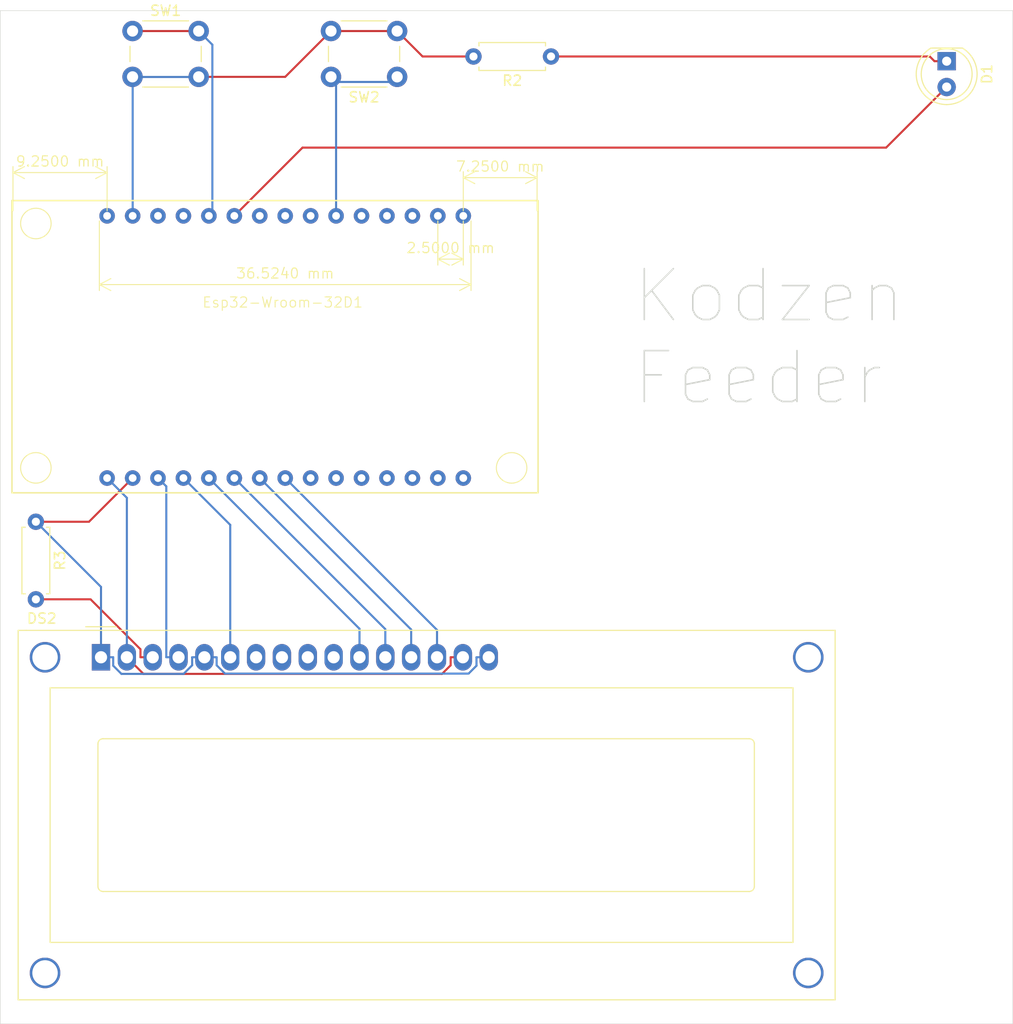
<source format=kicad_pcb>
(kicad_pcb (version 20240108) (generator "pcbnew") (generator_version "8.0")
  (layers (0 "F.Cu" signal) (31 "B.Cu" signal) (34 "B.Paste" user) (35 "F.Paste" user) (36 "B.SilkS" user "B.Silkscreen") (37 "F.SilkS" user "F.Silkscreen") (38 "B.Mask" user) (39 "F.Mask" user) (44 "Edge.Cuts" user))
  (net 0 "")
  (net 1 "Net-(D1-K)")
  (net 2 "Net-(D1-A)")
  (net 3 "Net-(DS2-LED(+))")
  (net 5 "Net-(DS2-D5)")
  (net 6 "Net-(DS2-VO)")
  (net 7 "Net-(DS2-LED(-))")
  (net 8 "Net-(DS2-RS)")
  (net 9 "Net-(DS2-D4)")
  (net 10 "Net-(DS2-D7)")
  (net 11 "Net-(DS2-D6)")
  (net 12 "Net-(DS2-E)")
  (net 23 "Net-(Esp32-Wroom-32D1-D32)")
  (net 24 "Net-(Esp32-Wroom-32D1-GND-Pad1)")
  (net 35 "Net-(Esp32-Wroom-32D1-D14)")
  (footprint "Display:WC1602A" (layer "F.Cu") (at 139.4 106.5)
    (property "Reference" "DS2" (at -5.82 -3.81 0) (layer "F.SilkS"))
    (property "Value" "WC1602A")
    (fp_line (start -8.14 -2.64) (end -8.14 33.64) (stroke (width 0.12)) (layer "F.SilkS"))
    (fp_line (start -8.14 33.64) (end 72.14 33.64) (stroke (width 0.12)) (layer "F.SilkS"))
    (fp_line (start -8.13 -2.64) (end -7.34 -2.64) (stroke (width 0.12)) (layer "F.SilkS"))
    (fp_line (start -5 3) (end 68 3) (stroke (width 0.12)) (layer "F.SilkS"))
    (fp_line (start -5 28) (end -5 3) (stroke (width 0.12)) (layer "F.SilkS"))
    (fp_line (start -1.5 -3) (end 1.5 -3) (stroke (width 0.12)) (layer "F.SilkS"))
    (fp_line (start -0.29972 22.49932) (end -0.29972 8.5) (stroke (width 0.12)) (layer "F.SilkS"))
    (fp_line (start 0.2 8) (end 63.7 8) (stroke (width 0.12)) (layer "F.SilkS"))
    (fp_line (start 63.70066 23) (end 0.2 23) (stroke (width 0.12)) (layer "F.SilkS"))
    (fp_line (start 64.2 8.5) (end 64.2 22.5) (stroke (width 0.12)) (layer "F.SilkS"))
    (fp_line (start 68 3) (end 68 28) (stroke (width 0.12)) (layer "F.SilkS"))
    (fp_line (start 68 28) (end -5 28) (stroke (width 0.12)) (layer "F.SilkS"))
    (fp_line (start 72.14 -2.64) (end -7.34 -2.64) (stroke (width 0.12)) (layer "F.SilkS"))
    (fp_line (start 72.14 33.64) (end 72.14 -2.64) (stroke (width 0.12)) (layer "F.SilkS"))
    (fp_arc (start -0.29972 8.49884) (mid -0.153162 8.145018) (end 0.20066 7.99846) (stroke (width 0.12)) (layer "F.SilkS"))
    (fp_arc (start 0.20066 22.9997) (mid -0.153162 22.853142) (end -0.29972 22.49932) (stroke (width 0.12)) (layer "F.SilkS"))
    (fp_arc (start 63.7 8) (mid 64.053553 8.146447) (end 64.2 8.5) (stroke (width 0.12)) (layer "F.SilkS"))
    (fp_arc (start 64.20104 22.49932) (mid 64.054473 22.853115) (end 63.70066 22.9997) (stroke (width 0.12)) (layer "F.SilkS"))
    (pad "" thru_hole circle (at -5.4991 0) (size 3 3) (drill 2.5) (layers "*.Cu" "*.Mask"))
    (pad "" thru_hole circle (at -5.4991 31.0007) (size 3 3) (drill 2.5) (layers "*.Cu" "*.Mask"))
    (pad "" thru_hole circle (at 69.49948 31.0007) (size 3 3) (drill 2.5) (layers "*.Cu" "*.Mask"))
    (pad "" thru_hole circle (at 69.5 0) (size 3 3) (drill 2.5) (layers "*.Cu" "*.Mask"))
    (pad "1" thru_hole rect (at 0 0) (size 1.8 2.6) (drill 1.2) (layers "*.Cu" "*.Mask") (net 7 "Net-(DS2-LED(-))"))
    (pad "2" thru_hole oval (at 2.54 0) (size 1.8 2.6) (drill 1.2) (layers "*.Cu" "*.Mask") (net 3 "Net-(DS2-LED(+))"))
    (pad "3" thru_hole oval (at 5.08 0) (size 1.8 2.6) (drill 1.2) (layers "*.Cu" "*.Mask") (net 6 "Net-(DS2-VO)"))
    (pad "4" thru_hole oval (at 7.62 0) (size 1.8 2.6) (drill 1.2) (layers "*.Cu" "*.Mask") (net 8 "Net-(DS2-RS)"))
    (pad "5" thru_hole oval (at 10.16 0) (size 1.8 2.6) (drill 1.2) (layers "*.Cu" "*.Mask") (net 7 "Net-(DS2-LED(-))"))
    (pad "6" thru_hole oval (at 12.7 0) (size 1.8 2.6) (drill 1.2) (layers "*.Cu" "*.Mask") (net 12 "Net-(DS2-E)"))
    (pad "7" thru_hole oval (at 15.24 0) (size 1.8 2.6) (drill 1.2) (layers "*.Cu" "*.Mask"))
    (pad "8" thru_hole oval (at 17.78 0) (size 1.8 2.6) (drill 1.2) (layers "*.Cu" "*.Mask"))
    (pad "9" thru_hole oval (at 20.32 0) (size 1.8 2.6) (drill 1.2) (layers "*.Cu" "*.Mask"))
    (pad "10" thru_hole oval (at 22.86 0) (size 1.8 2.6) (drill 1.2) (layers "*.Cu" "*.Mask"))
    (pad "11" thru_hole oval (at 25.4 0) (size 1.8 2.6) (drill 1.2) (layers "*.Cu" "*.Mask") (net 9 "Net-(DS2-D4)"))
    (pad "12" thru_hole oval (at 27.94 0) (size 1.8 2.6) (drill 1.2) (layers "*.Cu" "*.Mask") (net 5 "Net-(DS2-D5)"))
    (pad "13" thru_hole oval (at 30.48 0) (size 1.8 2.6) (drill 1.2) (layers "*.Cu" "*.Mask") (net 11 "Net-(DS2-D6)"))
    (pad "14" thru_hole oval (at 33.02 0) (size 1.8 2.6) (drill 1.2) (layers "*.Cu" "*.Mask") (net 10 "Net-(DS2-D7)"))
    (pad "15" thru_hole oval (at 35.56 0) (size 1.8 2.6) (drill 1.2) (layers "*.Cu" "*.Mask") (net 3 "Net-(DS2-LED(+))"))
    (pad "16" thru_hole oval (at 38.1 0) (size 1.8 2.6) (drill 1.2) (layers "*.Cu" "*.Mask") (net 7 "Net-(DS2-LED(-))"))
  )
  (footprint "Resistor_THT:R_Axial_DIN0207_L6.3mm_D2.5mm_P7.62mm_Horizontal" (layer "F.Cu") (at 133 93.19 -90)
    (property "Reference" "R3" (at 3.81 -2.37 90) (layer "F.SilkS"))
    (property "Value" "R")
    (fp_line (start 0.54 1.37) (end 7.08 1.37) (stroke (width 0.12)) (layer "F.SilkS"))
    (fp_line (start 7.08 1.37) (end 7.08 1.04) (stroke (width 0.12)) (layer "F.SilkS"))
    (fp_line (start 0.54 1.04) (end 0.54 1.37) (stroke (width 0.12)) (layer "F.SilkS"))
    (fp_line (start 0.54 -1.04) (end 0.54 -1.37) (stroke (width 0.12)) (layer "F.SilkS"))
    (fp_line (start 0.54 -1.37) (end 7.08 -1.37) (stroke (width 0.12)) (layer "F.SilkS"))
    (fp_line (start 7.08 -1.37) (end 7.08 -1.04) (stroke (width 0.12)) (layer "F.SilkS"))
    (pad "1" thru_hole circle (at 0 0 270) (size 1.6 1.6) (drill 0.8) (layers "*.Cu" "*.Mask") (net 7 "Net-(DS2-LED(-))"))
    (pad "2" thru_hole oval (at 7.62 0 270) (size 1.6 1.6) (drill 0.8) (layers "*.Cu" "*.Mask") (net 6 "Net-(DS2-VO)"))
  )
  (footprint "LED_THT:LED_D5.0mm" (layer "F.Cu") (at 222.5 47.96 -90)
    (property "Reference" "D1" (at 1.27 -3.96 90) (layer "F.SilkS"))
    (property "Value" "LED")
    (fp_line (start -1.29 -1.545) (end -1.29 1.545) (stroke (width 0.12)) (layer "F.SilkS"))
    (fp_arc (start 4.26 -0.000462) (mid 2.072002 2.880433) (end -1.29 1.54483) (stroke (width 0.12)) (layer "F.SilkS"))
    (fp_arc (start -1.29 -1.54483) (mid 2.072002 -2.880433) (end 4.26 0.000462) (stroke (width 0.12)) (layer "F.SilkS"))
    (fp_circle (center 1.27 0) (end 3.77 0) (stroke (width 0.12)) (fill none) (layer "F.SilkS"))
    (pad "1" thru_hole rect (at 0 0 270) (size 1.8 1.8) (drill 0.9) (layers "*.Cu" "*.Mask") (net 1 "Net-(D1-K)"))
    (pad "2" thru_hole circle (at 2.54 0 270) (size 1.8 1.8) (drill 0.9) (layers "*.Cu" "*.Mask") (net 2 "Net-(D1-A)"))
  )
  (footprint "Button_Switch_THT:SW_PUSH_6mm_H5mm" (layer "F.Cu") (at 142.5 45)
    (property "Reference" "SW1" (at 3.25 -2 0) (layer "F.SilkS"))
    (property "Value" "SW_Push")
    (fp_line (start -0.25 1.5) (end -0.25 3) (stroke (width 0.12)) (layer "F.SilkS"))
    (fp_line (start 1 5.5) (end 5.5 5.5) (stroke (width 0.12)) (layer "F.SilkS"))
    (fp_line (start 5.5 -1) (end 1 -1) (stroke (width 0.12)) (layer "F.SilkS"))
    (fp_line (start 6.75 3) (end 6.75 1.5) (stroke (width 0.12)) (layer "F.SilkS"))
    (pad "1" thru_hole circle (at 0 0 90) (size 2 2) (drill 1.1) (layers "*.Cu" "*.Mask") (net 35 "Net-(Esp32-Wroom-32D1-D14)"))
    (pad "1" thru_hole circle (at 6.5 0 90) (size 2 2) (drill 1.1) (layers "*.Cu" "*.Mask") (net 35 "Net-(Esp32-Wroom-32D1-D14)"))
    (pad "2" thru_hole circle (at 0 4.5 90) (size 2 2) (drill 1.1) (layers "*.Cu" "*.Mask") (net 24 "Net-(Esp32-Wroom-32D1-GND-Pad1)"))
    (pad "2" thru_hole circle (at 6.5 4.5 90) (size 2 2) (drill 1.1) (layers "*.Cu" "*.Mask") (net 24 "Net-(Esp32-Wroom-32D1-GND-Pad1)"))
  )
  (footprint "Button_Switch_THT:SW_PUSH_6mm_H5mm" (layer "F.Cu") (at 168.5 49.5 180)
    (property "Reference" "SW2" (at 3.25 -2 0) (layer "F.SilkS"))
    (property "Value" "SW_Push")
    (fp_line (start 6.75 3) (end 6.75 1.5) (stroke (width 0.12)) (layer "F.SilkS"))
    (fp_line (start 5.5 -1) (end 1 -1) (stroke (width 0.12)) (layer "F.SilkS"))
    (fp_line (start 1 5.5) (end 5.5 5.5) (stroke (width 0.12)) (layer "F.SilkS"))
    (fp_line (start -0.25 1.5) (end -0.25 3) (stroke (width 0.12)) (layer "F.SilkS"))
    (pad "1" thru_hole circle (at 0 0 270) (size 2 2) (drill 1.1) (layers "*.Cu" "*.Mask") (net 23 "Net-(Esp32-Wroom-32D1-D32)"))
    (pad "1" thru_hole circle (at 6.5 0 270) (size 2 2) (drill 1.1) (layers "*.Cu" "*.Mask") (net 23 "Net-(Esp32-Wroom-32D1-D32)"))
    (pad "2" thru_hole circle (at 0 4.5 270) (size 2 2) (drill 1.1) (layers "*.Cu" "*.Mask") (net 24 "Net-(Esp32-Wroom-32D1-GND-Pad1)"))
    (pad "2" thru_hole circle (at 6.5 4.5 270) (size 2 2) (drill 1.1) (layers "*.Cu" "*.Mask") (net 24 "Net-(Esp32-Wroom-32D1-GND-Pad1)"))
  )
  (footprint "Resistor_THT:R_Axial_DIN0207_L6.3mm_D2.5mm_P7.62mm_Horizontal" (layer "F.Cu") (at 183.62 47.5 180)
    (property "Reference" "R2" (at 3.81 -2.37 0) (layer "F.SilkS"))
    (property "Value" "R")
    (fp_line (start 7.08 1.37) (end 7.08 1.04) (stroke (width 0.12)) (layer "F.SilkS"))
    (fp_line (start 7.08 -1.37) (end 7.08 -1.04) (stroke (width 0.12)) (layer "F.SilkS"))
    (fp_line (start 0.54 1.37) (end 7.08 1.37) (stroke (width 0.12)) (layer "F.SilkS"))
    (fp_line (start 0.54 1.04) (end 0.54 1.37) (stroke (width 0.12)) (layer "F.SilkS"))
    (fp_line (start 0.54 -1.04) (end 0.54 -1.37) (stroke (width 0.12)) (layer "F.SilkS"))
    (fp_line (start 0.54 -1.37) (end 7.08 -1.37) (stroke (width 0.12)) (layer "F.SilkS"))
    (pad "1" thru_hole circle (at 0 0 180) (size 1.6 1.6) (drill 0.8) (layers "*.Cu" "*.Mask") (net 1 "Net-(D1-K)"))
    (pad "2" thru_hole oval (at 7.62 0 180) (size 1.6 1.6) (drill 0.8) (layers "*.Cu" "*.Mask") (net 24 "Net-(Esp32-Wroom-32D1-GND-Pad1)"))
  )
  (footprint "esp32_footprint:esp32_my_footpring" (layer "F.Cu") (at 157.25 72.15)
    (property "Reference" "Esp32-Wroom-32D1" (at 0 -0.5 0) (layer "F.SilkS") (effects (font (thickness 0.1))))
    (property "Value" "~")
    (fp_rect (start -26.6 -10.5) (end 25.1 18.2) (stroke (width 0.15)) (fill none) (layer "F.SilkS"))
    (fp_circle (center -24.25 -8.25) (end -22.75 -8.25) (stroke (width 0.1)) (fill none) (layer "F.SilkS"))
    (fp_circle (center -24.25 15.75) (end -22.75 15.75) (stroke (width 0.1)) (fill none) (layer "F.SilkS"))
    (fp_circle (center 22.5 15.75) (end 24 15.75) (stroke (width 0.1)) (fill none) (layer "F.SilkS"))
    (dimension (type aligned) (layer "F.SilkS") (pts (xy 140 63.15) (xy 130.75 63.15)) (height 4.25) (gr_text "9.2500 mm" (at 135.375 57.8 0) (layer "F.SilkS") (effects (font (size 1 1) (thickness 0.1)))) (format (prefix "") (suffix "") (units 3) (units_format 1) (precision 4)) (style (thickness 0.1) (arrow_length 1.27) (text_position_mode 0) (extension_height 0.58642) (extension_offset 0.5) keep_text_aligned))
    (dimension (type aligned) (layer "F.SilkS") (pts (xy 139.238 63.15) (xy 175.762 63.15)) (height 6.75) (gr_text "36.5240 mm" (at 157.5 68.8 0) (layer "F.SilkS") (effects (font (size 1 1) (thickness 0.1)))) (format (prefix "") (suffix "") (units 3) (units_format 1) (precision 4)) (style (thickness 0.1) (arrow_length 1.27) (text_position_mode 0) (extension_height 0.58642) (extension_offset 0.5) keep_text_aligned))
    (dimension (type aligned) (layer "F.SilkS") (pts (xy 175 63.15) (xy 182.25 63.15)) (height -3.75) (gr_text "7.2500 mm" (at 178.625 58.3 0) (layer "F.SilkS") (effects (font (size 1 1) (thickness 0.1)))) (format (prefix "") (suffix "") (units 3) (units_format 1) (precision 4)) (style (thickness 0.1) (arrow_length 1.27) (text_position_mode 0) (extension_height 0.58642) (extension_offset 0.5) keep_text_aligned))
    (dimension (type aligned) (layer "F.SilkS") (pts (xy 172.5 63.15) (xy 175 63.15)) (height 4.25) (gr_text "2.5000 mm" (at 173.75 66.3 0) (layer "F.SilkS") (effects (font (size 1 1) (thickness 0.1)))) (format (prefix "") (suffix "") (units 3) (units_format 1) (precision 4)) (style (thickness 0.1) (arrow_length 1.27) (text_position_mode 0) (extension_height 0.58642) (extension_offset 0.5) keep_text_aligned))
    (pad "0" thru_hole circle (at -17.25 -9) (size 1.524 1.524) (drill 0.762) (layers "*.Cu" "*.Mask"))
    (pad "1" thru_hole circle (at -14.738 -9) (size 1.524 1.524) (drill 0.762) (layers "*.Cu" "*.Mask") (net 24 "Net-(Esp32-Wroom-32D1-GND-Pad1)"))
    (pad "2" thru_hole circle (at -17.25 16.75) (size 1.524 1.524) (drill 0.762) (layers "*.Cu" "*.Mask") (net 3 "Net-(DS2-LED(+))"))
    (pad "3" thru_hole circle (at 17.75 -9) (size 1.524 1.524) (drill 0.762) (layers "*.Cu" "*.Mask"))
    (pad "4" thru_hole circle (at 15.25 -9) (size 1.524 1.524) (drill 0.762) (layers "*.Cu" "*.Mask"))
    (pad "5" thru_hole circle (at 12.75 -9) (size 1.524 1.524) (drill 0.762) (layers "*.Cu" "*.Mask"))
    (pad "6" thru_hole circle (at 10.25 -9) (size 1.524 1.524) (drill 0.762) (layers "*.Cu" "*.Mask"))
    (pad "7" thru_hole circle (at 7.75 -9) (size 1.524 1.524) (drill 0.762) (layers "*.Cu" "*.Mask"))
    (pad "8" thru_hole circle (at 5.25 -9) (size 1.524 1.524) (drill 0.762) (layers "*.Cu" "*.Mask") (net 23 "Net-(Esp32-Wroom-32D1-D32)"))
    (pad "9" thru_hole circle (at 2.75 -9) (size 1.524 1.524) (drill 0.762) (layers "*.Cu" "*.Mask"))
    (pad "10" thru_hole circle (at 0.25 -9) (size 1.524 1.524) (drill 0.762) (layers "*.Cu" "*.Mask"))
    (pad "11" thru_hole circle (at -2.25 -9) (size 1.524 1.524) (drill 0.762) (layers "*.Cu" "*.Mask"))
    (pad "12" thru_hole circle (at -4.75 -9) (size 1.524 1.524) (drill 0.762) (layers "*.Cu" "*.Mask") (net 2 "Net-(D1-A)"))
    (pad "13" thru_hole circle (at -7.25 -9) (size 1.524 1.524) (drill 0.762) (layers "*.Cu" "*.Mask") (net 35 "Net-(Esp32-Wroom-32D1-D14)"))
    (pad "14" thru_hole circle (at -9.75 -9) (size 1.524 1.524) (drill 0.762) (layers "*.Cu" "*.Mask"))
    (pad "16" thru_hole circle (at -12.25 -9) (size 1.524 1.524) (drill 0.762) (layers "*.Cu" "*.Mask"))
    (pad "23" thru_hole circle (at -12.25 16.75) (size 1.524 1.524) (drill 0.762) (layers "*.Cu" "*.Mask") (net 8 "Net-(DS2-RS)"))
    (pad "24" thru_hole circle (at -9.75 16.75) (size 1.524 1.524) (drill 0.762) (layers "*.Cu" "*.Mask") (net 12 "Net-(DS2-E)"))
    (pad "26" thru_hole circle (at -7.25 16.75) (size 1.524 1.524) (drill 0.762) (layers "*.Cu" "*.Mask") (net 9 "Net-(DS2-D4)"))
    (pad "27" thru_hole circle (at -4.75 16.75) (size 1.524 1.524) (drill 0.762) (layers "*.Cu" "*.Mask") (net 5 "Net-(DS2-D5)"))
    (pad "28" thru_hole circle (at -2.25 16.75) (size 1.524 1.524) (drill 0.762) (layers "*.Cu" "*.Mask") (net 11 "Net-(DS2-D6)"))
    (pad "29" thru_hole circle (at 0.25 16.75) (size 1.524 1.524) (drill 0.762) (layers "*.Cu" "*.Mask") (net 10 "Net-(DS2-D7)"))
    (pad "30" thru_hole circle (at 2.75 16.75) (size 1.524 1.524) (drill 0.762) (layers "*.Cu" "*.Mask"))
    (pad "31" thru_hole circle (at 5.25 16.75) (size 1.524 1.524) (drill 0.762) (layers "*.Cu" "*.Mask"))
    (pad "33" thru_hole circle (at 7.75 16.75) (size 1.524 1.524) (drill 0.762) (layers "*.Cu" "*.Mask"))
    (pad "34" thru_hole circle (at 10.25 16.75) (size 1.524 1.524) (drill 0.762) (layers "*.Cu" "*.Mask"))
    (pad "35" thru_hole circle (at 12.75 16.75) (size 1.524 1.524) (drill 0.762) (layers "*.Cu" "*.Mask"))
    (pad "36" thru_hole circle (at 15.25 16.75) (size 1.524 1.524) (drill 0.762) (layers "*.Cu" "*.Mask"))
    (pad "37" thru_hole circle (at 17.75 16.75) (size 1.524 1.524) (drill 0.762) (layers "*.Cu" "*.Mask"))
    (pad "38" thru_hole circle (at -14.738 16.75) (size 1.524 1.524) (drill 0.762) (layers "*.Cu" "*.Mask") (net 7 "Net-(DS2-LED(-))"))
  )
  (gr_rect (start 129.5 43) (end 229 142.5) (stroke (width 0.05)) (fill none) (layer "Edge.Cuts"))
  (gr_text "Kodzen\nFeeder" (at 191.5 82 0) (layer "Edge.Cuts") (effects (font (size 5 5)) (justify left bottom)))
  (segment (start 220.8383 47.5) (end 221.2983 47.96) (width 0.2) (layer "F.Cu") (net 1))
  (segment (start 183.62 47.5) (end 220.8383 47.5) (width 0.2) (layer "F.Cu") (net 1))
  (segment (start 222.5 47.96) (end 221.2983 47.96) (width 0.2) (layer "F.Cu") (net 1))
  (segment (start 216.552 56.448) (end 222.5 50.5) (width 0.2) (layer "F.Cu") (net 2))
  (segment (start 159.202 56.448) (end 216.552 56.448) (width 0.2) (layer "F.Cu") (net 2))
  (segment (start 152.5 63.15) (end 159.202 56.448) (width 0.2) (layer "F.Cu") (net 2))
  (segment (start 174.96 106.5) (end 173.7583 106.5) (width 0.2) (layer "F.Cu") (net 3))
  (segment (start 172.9119 108.1321) (end 173.7583 107.2857) (width 0.2) (layer "F.Cu") (net 3))
  (segment (start 141.94 106.5) (end 143.5721 108.1321) (width 0.2) (layer "F.Cu") (net 3))
  (segment (start 143.5721 108.1321) (end 172.9119 108.1321) (width 0.2) (layer "F.Cu") (net 3))
  (segment (start 173.7583 107.2857) (end 173.7583 106.5) (width 0.2) (layer "F.Cu") (net 3))
  (segment (start 140 88.9) (end 141.94 90.84) (width 0.2) (layer "B.Cu") (net 3))
  (segment (start 141.94 90.84) (end 141.94 106.5) (width 0.2) (layer "B.Cu") (net 3))
  (segment (start 167.34 103.74) (end 167.34 106.5) (width 0.2) (layer "B.Cu") (net 5))
  (segment (start 152.5 88.9) (end 167.34 103.74) (width 0.2) (layer "B.Cu") (net 5))
  (segment (start 133 100.81) (end 138.374 100.81) (width 0.2) (layer "F.Cu") (net 6))
  (segment (start 138.374 100.81) (end 143.2783 105.7143) (width 0.2) (layer "F.Cu") (net 6))
  (segment (start 143.2783 105.7143) (end 143.2783 106.5) (width 0.2) (layer "F.Cu") (net 6))
  (segment (start 144.48 106.5) (end 143.2783 106.5) (width 0.2) (layer "F.Cu") (net 6))
  (segment (start 138.222 93.19) (end 142.512 88.9) (width 0.2) (layer "F.Cu") (net 7))
  (segment (start 133 93.19) (end 138.222 93.19) (width 0.2) (layer "F.Cu") (net 7))
  (segment (start 176.2983 107.3262) (end 175.5228 108.1017) (width 0.2) (layer "B.Cu") (net 7))
  (segment (start 150.7617 107.2858) (end 150.7617 106.5) (width 0.2) (layer "B.Cu") (net 7))
  (segment (start 149.56 106.5) (end 148.3583 106.5) (width 0.2) (layer "B.Cu") (net 7))
  (segment (start 177.5 106.5) (end 176.2983 106.5) (width 0.2) (layer "B.Cu") (net 7))
  (segment (start 133 93.19) (end 139.4 99.59) (width 0.2) (layer "B.Cu") (net 7))
  (segment (start 140.6017 106.5) (end 140.6017 107.3262) (width 0.2) (layer "B.Cu") (net 7))
  (segment (start 149.56 106.5) (end 150.7617 106.5) (width 0.2) (layer "B.Cu") (net 7))
  (segment (start 139.4 99.59) (end 139.4 106.5) (width 0.2) (layer "B.Cu") (net 7))
  (segment (start 151.5776 108.1017) (end 150.7617 107.2858) (width 0.2) (layer "B.Cu") (net 7))
  (segment (start 147.5119 108.1321) (end 148.3583 107.2857) (width 0.2) (layer "B.Cu") (net 7))
  (segment (start 141.4076 108.1321) (end 147.5119 108.1321) (width 0.2) (layer "B.Cu") (net 7))
  (segment (start 176.2983 106.5) (end 176.2983 107.3262) (width 0.2) (layer "B.Cu") (net 7))
  (segment (start 148.3583 107.2857) (end 148.3583 106.5) (width 0.2) (layer "B.Cu") (net 7))
  (segment (start 139.4 106.5) (end 140.6017 106.5) (width 0.2) (layer "B.Cu") (net 7))
  (segment (start 175.5228 108.1017) (end 151.5776 108.1017) (width 0.2) (layer "B.Cu") (net 7))
  (segment (start 140.6017 107.3262) (end 141.4076 108.1321) (width 0.2) (layer "B.Cu") (net 7))
  (segment (start 147.02 106.5) (end 145.8183 106.5) (width 0.2) (layer "B.Cu") (net 8))
  (segment (start 145.8183 89.7183) (end 145.8183 106.5) (width 0.2) (layer "B.Cu") (net 8))
  (segment (start 145 88.9) (end 145.8183 89.7183) (width 0.2) (layer "B.Cu") (net 8))
  (segment (start 164.8 103.7) (end 164.8 106.5) (width 0.2) (layer "B.Cu") (net 9))
  (segment (start 150 88.9) (end 164.8 103.7) (width 0.2) (layer "B.Cu") (net 9))
  (segment (start 157.5 88.9) (end 172.42 103.82) (width 0.2) (layer "B.Cu") (net 10))
  (segment (start 172.42 103.82) (end 172.42 106.5) (width 0.2) (layer "B.Cu") (net 10))
  (segment (start 155 88.9) (end 169.88 103.78) (width 0.2) (layer "B.Cu") (net 11))
  (segment (start 169.88 103.78) (end 169.88 106.5) (width 0.2) (layer "B.Cu") (net 11))
  (segment (start 152.1 93.5) (end 152.1 106.5) (width 0.2) (layer "B.Cu") (net 12))
  (segment (start 147.5 88.9) (end 152.1 93.5) (width 0.2) (layer "B.Cu") (net 12))
  (segment (start 168 50) (end 168.5 49.5) (width 0.2) (layer "B.Cu") (net 23))
  (segment (start 162.5 63.15) (end 162.5 50) (width 0.2) (layer "B.Cu") (net 23))
  (segment (start 162.5 50) (end 168 50) (width 0.2) (layer "B.Cu") (net 23))
  (segment (start 162.5 50) (end 162 49.5) (width 0.2) (layer "B.Cu") (net 23))
  (segment (start 157.5 49.5) (end 149 49.5) (width 0.2) (layer "F.Cu") (net 24))
  (segment (start 168.5 45) (end 162 45) (width 0.2) (layer "F.Cu") (net 24))
  (segment (start 171 47.5) (end 174.8983 47.5) (width 0.2) (layer "F.Cu") (net 24))
  (segment (start 162 45) (end 157.5 49.5) (width 0.2) (layer "F.Cu") (net 24))
  (segment (start 168.5 45) (end 171 47.5) (width 0.2) (layer "F.Cu") (net 24))
  (segment (start 176 47.5) (end 174.8983 47.5) (width 0.2) (layer "F.Cu") (net 24))
  (segment (start 142.512 49.512) (end 142.5 49.5) (width 0.2) (layer "B.Cu") (net 24))
  (segment (start 142.512 49.512) (end 148.988 49.512) (width 0.2) (layer "B.Cu") (net 24))
  (segment (start 148.988 49.512) (end 149 49.5) (width 0.2) (layer "B.Cu") (net 24))
  (segment (start 142.512 63.15) (end 142.512 49.512) (width 0.2) (layer "B.Cu") (net 24))
  (segment (start 149 45) (end 142.5 45) (width 0.2) (layer "F.Cu") (net 35))
  (segment (start 150 63.15) (end 150.3438 62.8062) (width 0.2) (layer "B.Cu") (net 35))
  (segment (start 150.3438 46.3438) (end 149 45) (width 0.2) (layer "B.Cu") (net 35))
  (segment (start 150.3438 62.8062) (end 150.3438 46.3438) (width 0.2) (layer "B.Cu") (net 35))
)
</source>
